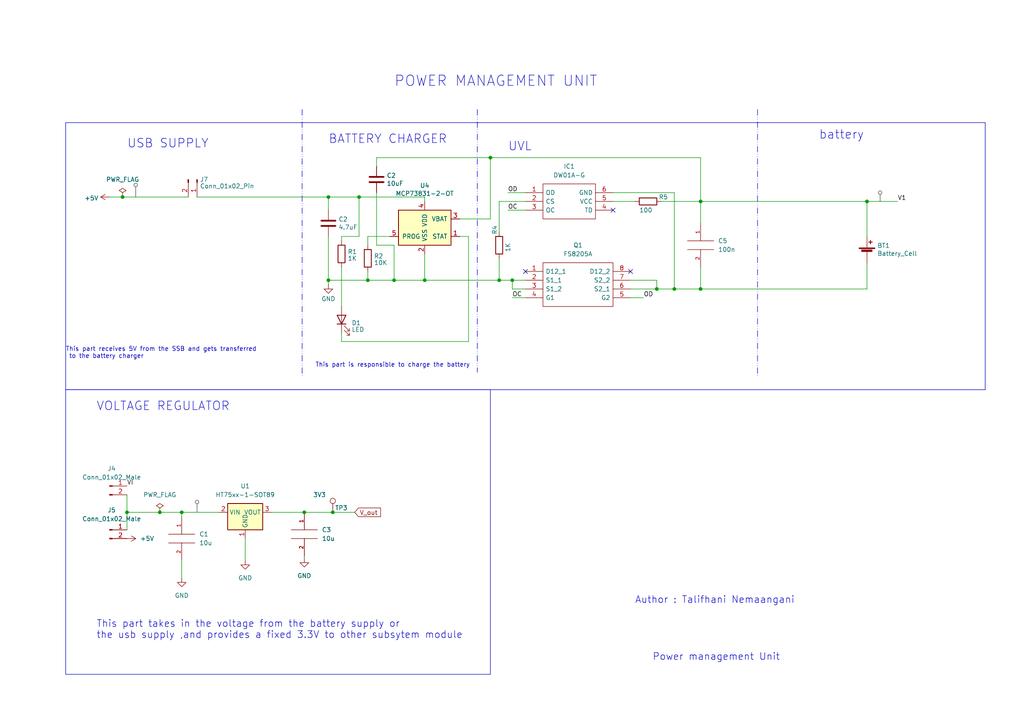
<source format=kicad_sch>
(kicad_sch (version 20230121) (generator eeschema)
  (paper "A4")
  (lib_symbols
    (symbol "Connector:Conn_01x02_Male" (pin_names (offset 1.016) hide)
      (property "Reference" "J" (at 0 2.54 0))
      (property "Value" "Conn_01x02_Male" (at 0 -5.08 0))
      (symbol "Conn_01x02_Male_1_1"
        (polyline (pts (xy 1.27 -2.54) (xy 0.8636 -2.54)) (stroke (width 0.1524)))
        (polyline (pts (xy 1.27 0) (xy 0.8636 0)) (stroke (width 0.1524)))
        (rectangle (start 0.8636 -2.413) (end 0 -2.667) (stroke (width 0.1524)) (fill (type outline)))
        (rectangle (start 0.8636 0.127) (end 0 -0.127) (stroke (width 0.1524)) (fill (type outline)))
        (pin passive line (at 5.08 0 180) (length 3.81) (name "Pin_1") (number "1"))
        (pin passive line (at 5.08 -2.54 180) (length 3.81) (name "Pin_2") (number "2"))
      )
    )
    (symbol "Connector:Conn_01x02_Pin" (pin_names (offset 1.016) hide)
      (property "Reference" "J" (at 0 2.54 0))
      (property "Value" "Conn_01x02_Pin" (at 0 -5.08 0))
      (symbol "Conn_01x02_Pin_1_1"
        (polyline (pts (xy 1.27 -2.54) (xy 0.8636 -2.54)) (stroke (width 0.1524)))
        (polyline (pts (xy 1.27 0) (xy 0.8636 0)) (stroke (width 0.1524)))
        (rectangle (start 0.8636 -2.413) (end 0 -2.667) (stroke (width 0.1524)) (fill (type outline)))
        (rectangle (start 0.8636 0.127) (end 0 -0.127) (stroke (width 0.1524)) (fill (type outline)))
        (pin passive line (at 5.08 0 180) (length 3.81) (name "Pin_1") (number "1"))
        (pin passive line (at 5.08 -2.54 180) (length 3.81) (name "Pin_2") (number "2"))
      )
    )
    (symbol "Connector:TestPoint" (pin_numbers hide) (pin_names (offset 0.762) hide)
      (property "Reference" "TP" (at 0 6.858 0))
      (property "Value" "TestPoint" (at 0 5.08 0))
      (symbol "TestPoint_0_1"
        (circle (center 0 3.302) (radius 0.762))
      )
      (symbol "TestPoint_1_1"
        (pin passive line (at 0 0 90) (length 2.54) (name "1") (number "1"))
      )
    )
    (symbol "DW01A-G:DW01A-G" (pin_names (offset 0.762))
      (property "Reference" "IC" (at 21.59 7.62 0))
      (property "Value" "DW01A-G" (at 21.59 5.08 0))
      (symbol "DW01A-G_0_0"
        (pin passive line (at 0 0 0) (length 5.08) (name "OD") (number "1"))
        (pin passive line (at 0 -2.54 0) (length 5.08) (name "CS") (number "2"))
        (pin passive line (at 0 -5.08 0) (length 5.08) (name "OC") (number "3"))
        (pin passive line (at 25.4 -5.08 180) (length 5.08) (name "TD") (number "4"))
        (pin passive line (at 25.4 -2.54 180) (length 5.08) (name "VCC") (number "5"))
        (pin passive line (at 25.4 0 180) (length 5.08) (name "GND") (number "6"))
      )
      (symbol "DW01A-G_0_1"
        (polyline (pts (xy 5.08 2.54) (xy 20.32 2.54) (xy 20.32 -7.62) (xy 5.08 -7.62) (xy 5.08 2.54)) (stroke (width 0.1524)))
      )
    )
    (symbol "Device:Battery_Cell" (pin_numbers hide) (pin_names (offset 0) hide)
      (property "Reference" "BT" (at 2.54 2.54 0))
      (property "Value" "Battery_Cell" (at 2.54 0 0))
      (symbol "Battery_Cell_0_1"
        (rectangle (start -2.286 1.778) (end 2.286 1.524) (fill (type outline)))
        (rectangle (start -1.5748 1.1938) (end 1.4732 0.6858) (fill (type outline)))
        (polyline (pts (xy 0 0.762) (xy 0 0)))
        (polyline (pts (xy 0 1.778) (xy 0 2.54)))
        (polyline (pts (xy 0.508 3.429) (xy 1.524 3.429)) (stroke (width 0.254)))
        (polyline (pts (xy 1.016 3.937) (xy 1.016 2.921)) (stroke (width 0.254)))
      )
      (symbol "Battery_Cell_1_1"
        (pin passive line (at 0 5.08 270) (length 2.54) (name "+") (number "1"))
        (pin passive line (at 0 -2.54 90) (length 2.54) (name "-") (number "2"))
      )
    )
    (symbol "Device:C" (pin_numbers hide) (pin_names (offset 0.254))
      (property "Reference" "C" (at 0.635 2.54 0))
      (property "Value" "C" (at 0.635 -2.54 0))
      (symbol "C_0_1"
        (polyline (pts (xy -2.032 -0.762) (xy 2.032 -0.762)) (stroke (width 0.508)))
        (polyline (pts (xy -2.032 0.762) (xy 2.032 0.762)) (stroke (width 0.508)))
      )
      (symbol "C_1_1"
        (pin passive line (at 0 3.81 270) (length 2.794) (name "~") (number "1"))
        (pin passive line (at 0 -3.81 90) (length 2.794) (name "~") (number "2"))
      )
    )
    (symbol "Device:LED" (pin_numbers hide) (pin_names (offset 1.016) hide)
      (property "Reference" "D" (at 0 2.54 0))
      (property "Value" "LED" (at 0 -2.54 0))
      (symbol "LED_0_1"
        (polyline (pts (xy -1.27 -1.27) (xy -1.27 1.27)) (stroke (width 0.254)))
        (polyline (pts (xy -1.27 0) (xy 1.27 0)))
        (polyline (pts (xy 1.27 -1.27) (xy 1.27 1.27) (xy -1.27 0) (xy 1.27 -1.27)) (stroke (width 0.254)))
        (polyline (pts (xy -3.048 -0.762) (xy -4.572 -2.286) (xy -3.81 -2.286) (xy -4.572 -2.286) (xy -4.572 -1.524)))
        (polyline (pts (xy -1.778 -0.762) (xy -3.302 -2.286) (xy -2.54 -2.286) (xy -3.302 -2.286) (xy -3.302 -1.524)))
      )
      (symbol "LED_1_1"
        (pin passive line (at -3.81 0 0) (length 2.54) (name "K") (number "1"))
        (pin passive line (at 3.81 0 180) (length 2.54) (name "A") (number "2"))
      )
    )
    (symbol "Device:R" (pin_numbers hide) (pin_names (offset 0))
      (property "Reference" "R" (at 2.032 0 90))
      (property "Value" "R" (at 0 0 90))
      (symbol "R_0_1"
        (rectangle (start -1.016 -2.54) (end 1.016 2.54) (stroke (width 0.254)))
      )
      (symbol "R_1_1"
        (pin passive line (at 0 3.81 270) (length 1.27) (name "~") (number "1"))
        (pin passive line (at 0 -3.81 90) (length 1.27) (name "~") (number "2"))
      )
    )
    (symbol "FS8205A:FS8205A" (pin_names (offset 0.762))
      (property "Reference" "Q" (at 26.67 7.62 0))
      (property "Value" "FS8205A" (at 26.67 5.08 0))
      (symbol "FS8205A_0_0"
        (pin passive line (at 0 0 0) (length 5.08) (name "D12_1") (number "1"))
        (pin passive line (at 0 -2.54 0) (length 5.08) (name "S1_1") (number "2"))
        (pin passive line (at 0 -5.08 0) (length 5.08) (name "S1_2") (number "3"))
        (pin passive line (at 0 -7.62 0) (length 5.08) (name "G1") (number "4"))
        (pin passive line (at 30.48 -7.62 180) (length 5.08) (name "G2") (number "5"))
        (pin passive line (at 30.48 -5.08 180) (length 5.08) (name "S2_1") (number "6"))
        (pin passive line (at 30.48 -2.54 180) (length 5.08) (name "S2_2") (number "7"))
        (pin passive line (at 30.48 0 180) (length 5.08) (name "D12_2") (number "8"))
      )
      (symbol "FS8205A_0_1"
        (polyline (pts (xy 5.08 2.54) (xy 25.4 2.54) (xy 25.4 -10.16) (xy 5.08 -10.16) (xy 5.08 2.54)) (stroke (width 0.1524)))
      )
    )
    (symbol "Regulator_Linear:HT75xx-1-SOT89"
      (property "Reference" "U" (at -5.08 -3.81 0))
      (property "Value" "HT75xx-1-SOT89" (at 0 6.35 0))
      (symbol "HT75xx-1-SOT89_0_1"
        (rectangle (start -5.08 5.08) (end 5.08 -2.54) (stroke (width 0.254)) (fill (type background)))
      )
      (symbol "HT75xx-1-SOT89_1_1"
        (pin power_in line (at 0 -5.08 90) (length 2.54) (name "GND") (number "1"))
        (pin power_in line (at -7.62 2.54 0) (length 2.54) (name "VIN") (number "2"))
        (pin power_out line (at 7.62 2.54 180) (length 2.54) (name "VOUT") (number "3"))
      )
    )
    (symbol "power supplly-rescue:MCP73831-2-OT-Battery_Management" (pin_names (offset 1.016))
      (property "Reference" "U" (at -7.62 6.35 0))
      (property "Value" "Battery_Management_MCP73831-2-OT" (at 1.27 6.35 0))
      (symbol "MCP73831-2-OT-Battery_Management_0_1"
        (rectangle (start -7.62 5.08) (end 7.62 -5.08) (stroke (width 0.254)) (fill (type background)))
      )
      (symbol "MCP73831-2-OT-Battery_Management_1_1"
        (pin output line (at 10.16 -2.54 180) (length 2.54) (name "STAT") (number "1"))
        (pin power_in line (at 0 -7.62 90) (length 2.54) (name "VSS") (number "2"))
        (pin power_out line (at 10.16 2.54 180) (length 2.54) (name "VBAT") (number "3"))
        (pin power_in line (at 0 7.62 270) (length 2.54) (name "VDD") (number "4"))
        (pin input line (at -10.16 -2.54 0) (length 2.54) (name "PROG") (number "5"))
      )
    )
    (symbol "power:+5V" (power) (pin_names (offset 0))
      (property "Value" "+5V" (at 0 3.556 0))
      (symbol "+5V_0_1"
        (polyline (pts (xy -0.762 1.27) (xy 0 2.54)))
        (polyline (pts (xy 0 0) (xy 0 2.54)))
        (polyline (pts (xy 0 2.54) (xy 0.762 1.27)))
      )
      (symbol "+5V_1_1"
        (pin power_in line (at 0 0 90) (length 0) hide (name "+5V") (number "1"))
      )
    )
    (symbol "power:GND" (power) (pin_names (offset 0))
      (property "Value" "GND" (at 0 -3.81 0))
      (symbol "GND_0_1"
        (polyline (pts (xy 0 0) (xy 0 -1.27) (xy 1.27 -1.27) (xy 0 -2.54) (xy -1.27 -1.27) (xy 0 -1.27)))
      )
      (symbol "GND_1_1"
        (pin power_in line (at 0 0 270) (length 0) hide (name "GND") (number "1"))
      )
    )
    (symbol "power:PWR_FLAG" (power) (pin_numbers hide) (pin_names (offset 0) hide)
      (property "Value" "PWR_FLAG" (at 0 3.81 0))
      (symbol "PWR_FLAG_0_0"
        (pin power_out line (at 0 0 90) (length 0) (name "pwr") (number "1"))
      )
      (symbol "PWR_FLAG_0_1"
        (polyline (pts (xy 0 0) (xy 0 1.27) (xy -1.016 1.905) (xy 0 2.54) (xy 1.016 1.905) (xy 0 1.27)))
      )
    )
    (symbol "pspice:CAP" (pin_names (offset 0.254))
      (property "Reference" "C" (at 2.54 3.81 90))
      (property "Value" "CAP" (at 2.54 -3.81 90))
      (symbol "CAP_0_1"
        (polyline (pts (xy -3.81 -1.27) (xy 3.81 -1.27)))
        (polyline (pts (xy -3.81 1.27) (xy 3.81 1.27)))
      )
      (symbol "CAP_1_1"
        (pin passive line (at 0 6.35 270) (length 5.08) (name "~") (number "1"))
        (pin passive line (at 0 -6.35 90) (length 5.08) (name "~") (number "2"))
      )
    )
  )
  (junction (at 123.19 81.28))
  (junction (at 203.2 83.82))
  (junction (at 190.5 83.82))
  (junction (at 144.78 81.28))
  (junction (at 96.52 148.59))
  (junction (at 95.25 81.28))
  (junction (at 36.83 148.59))
  (junction (at 46.355 148.59))
  (junction (at 52.705 148.59))
  (junction (at 88.265 148.59))
  (junction (at 95.25 57.15))
  (junction (at 251.46 58.42))
  (junction (at 114.3 81.28))
  (junction (at 195.58 83.82))
  (junction (at 104.14 57.15))
  (junction (at 203.2 58.42))
  (junction (at 148.59 81.28))
  (junction (at 106.68 81.28))
  (junction (at 35.56 57.15))
  (junction (at 142.24 45.72))
  (no_connect (at 152.4 78.74))
  (no_connect (at 182.88 78.74))
  (no_connect (at 177.8 60.96))
  (wire (pts (xy 88.265 161.29) (xy 88.265 161.925)))
  (wire (pts (xy 95.25 68.58) (xy 95.25 81.28)))
  (wire (pts (xy 36.83 148.59) (xy 36.83 153.67)))
  (wire (pts (xy 182.88 83.82) (xy 190.5 83.82)))
  (wire (pts (xy 57.15 57.15) (xy 95.25 57.15)))
  (wire (pts (xy 106.68 81.28) (xy 95.25 81.28)))
  (wire (pts (xy 190.5 81.28) (xy 190.5 83.82)))
  (wire (pts (xy 113.03 68.58) (xy 106.68 68.58)))
  (wire (pts (xy 191.77 58.42) (xy 203.2 58.42)))
  (wire (pts (xy 177.8 55.88) (xy 195.58 55.88)))
  (wire (pts (xy 142.24 45.72) (xy 109.22 45.72)))
  (wire (pts (xy 104.14 68.58) (xy 99.06 68.58)))
  (wire (pts (xy 95.25 60.96) (xy 95.25 57.15)))
  (wire (pts (xy 203.2 83.82) (xy 251.46 83.82)))
  (wire (pts (xy 104.14 57.15) (xy 104.14 68.58)))
  (wire (pts (xy 96.52 148.59) (xy 102.87 148.59)))
  (wire (pts (xy 135.89 68.58) (xy 135.89 99.06)))
  (wire (pts (xy 36.83 143.51) (xy 36.83 148.59)))
  (wire (pts (xy 35.56 57.15) (xy 54.61 57.15)))
  (wire (pts (xy 186.69 86.36) (xy 182.88 86.36)))
  (wire (pts (xy 88.265 148.59) (xy 96.52 148.59)))
  (wire (pts (xy 135.89 99.06) (xy 99.06 99.06)))
  (wire (pts (xy 123.19 58.42) (xy 123.19 57.15)))
  (wire (pts (xy 144.78 81.28) (xy 148.59 81.28)))
  (wire (pts (xy 123.19 73.66) (xy 123.19 81.28)))
  (wire (pts (xy 203.2 64.77) (xy 203.2 58.42)))
  (wire (pts (xy 148.59 81.28) (xy 152.4 81.28)))
  (wire (pts (xy 104.14 57.15) (xy 123.19 57.15)))
  (wire (pts (xy 251.46 58.42) (xy 203.2 58.42)))
  (wire (pts (xy 144.78 67.31) (xy 144.78 58.42)))
  (wire (pts (xy 71.12 156.21) (xy 71.12 162.56)))
  (wire (pts (xy 99.06 68.58) (xy 99.06 69.85)))
  (wire (pts (xy 133.35 68.58) (xy 135.89 68.58)))
  (wire (pts (xy 99.06 99.06) (xy 99.06 96.52)))
  (wire (pts (xy 109.22 55.88) (xy 109.22 71.12)))
  (wire (pts (xy 203.2 45.72) (xy 203.2 58.42)))
  (wire (pts (xy 190.5 83.82) (xy 195.58 83.82)))
  (wire (pts (xy 142.24 63.5) (xy 142.24 45.72)))
  (wire (pts (xy 147.32 55.88) (xy 152.4 55.88)))
  (wire (pts (xy 251.46 58.42) (xy 260.35 58.42)))
  (wire (pts (xy 144.78 74.93) (xy 144.78 81.28)))
  (wire (pts (xy 109.22 45.72) (xy 109.22 48.26)))
  (wire (pts (xy 106.68 78.74) (xy 106.68 81.28)))
  (wire (pts (xy 114.3 71.12) (xy 114.3 81.28)))
  (wire (pts (xy 52.705 148.59) (xy 63.5 148.59)))
  (wire (pts (xy 52.705 162.56) (xy 52.705 167.64)))
  (wire (pts (xy 152.4 83.82) (xy 148.59 83.82)))
  (wire (pts (xy 144.78 58.42) (xy 152.4 58.42)))
  (wire (pts (xy 133.35 63.5) (xy 142.24 63.5)))
  (wire (pts (xy 177.8 58.42) (xy 184.15 58.42)))
  (wire (pts (xy 251.46 68.58) (xy 251.46 58.42)))
  (wire (pts (xy 106.68 81.28) (xy 114.3 81.28)))
  (wire (pts (xy 52.705 148.59) (xy 52.705 149.86)))
  (wire (pts (xy 109.22 71.12) (xy 114.3 71.12)))
  (wire (pts (xy 142.24 45.72) (xy 203.2 45.72)))
  (wire (pts (xy 95.25 81.28) (xy 95.25 82.55)))
  (wire (pts (xy 203.2 77.47) (xy 203.2 83.82)))
  (wire (pts (xy 147.32 60.96) (xy 152.4 60.96)))
  (wire (pts (xy 31.75 57.15) (xy 35.56 57.15)))
  (wire (pts (xy 36.83 148.59) (xy 46.355 148.59)))
  (wire (pts (xy 95.25 57.15) (xy 104.14 57.15)))
  (wire (pts (xy 106.68 68.58) (xy 106.68 71.12)))
  (wire (pts (xy 148.59 86.36) (xy 152.4 86.36)))
  (wire (pts (xy 195.58 55.88) (xy 195.58 83.82)))
  (wire (pts (xy 148.59 83.82) (xy 148.59 81.28)))
  (wire (pts (xy 99.06 77.47) (xy 99.06 88.9)))
  (wire (pts (xy 182.88 81.28) (xy 190.5 81.28)))
  (wire (pts (xy 114.3 81.28) (xy 123.19 81.28)))
  (wire (pts (xy 123.19 81.28) (xy 144.78 81.28)))
  (wire (pts (xy 195.58 83.82) (xy 203.2 83.82)))
  (wire (pts (xy 78.74 148.59) (xy 88.265 148.59)))
  (wire (pts (xy 251.46 76.2) (xy 251.46 83.82)))
  (wire (pts (xy 46.355 148.59) (xy 52.705 148.59)))
  (text_box "" (at 219.71 31.75 0) (size 0 77.47) (stroke (width 0) (type dash_dot_dot)) (effects (font (size 1.27 1.27)) (justify left top)))
  (text_box "" (at 19.05 35.56 0) (size 266.7 77.47) (effects (font (size 1.27 1.27)) (justify left top)))
  (text_box "" (at 19.05 113.03 0) (size 123.19 82.55) (effects (font (size 1.27 1.27)) (justify left top)))
  (text_box "" (at 138.43 31.75 0) (size 0 76.2) (stroke (width 0) (type dash_dot_dot)) (effects (font (size 1.27 1.27)) (justify left top)))
  (text_box "" (at 87.63 31.75 0) (size 0 77.47) (stroke (width 0) (type dash_dot_dot)) (effects (font (size 1.27 1.27)) (justify left top)))
  (text "This part takes in the voltage from the battery supply or\nthe usb supply ,and provides a fixed 3.3V to other subsytem module" (at 27.94 185.42 0) (effects (font (size 2 2)) (justify left bottom)))
  (text "Power management Unit\n" (at 189.23 191.77 0) (effects (font (size 2 2)) (justify left bottom)))
  (text "This part receives 5V from the SSB and gets transferred\n to the battery charger" (at 19.05 104.14 0) (effects (font (size 1.27 1.27)) (justify left bottom)))
  (text "Author : Talifhani Nemaangani\n" (at 184.15 175.26 0) (effects (font (size 2 2)) (justify left bottom)))
  (text "UVL\n\n\n" (at 147.32 52.07 0) (effects (font (size 2.5 2.5)) (justify left bottom)))
  (text "BATTERY CHARGER" (at 95.25 41.91 0) (effects (font (size 2.5 2.5)) (justify left bottom)))
  (text "battery" (at 237.49 40.64 0) (effects (font (size 2.5 2.5)) (justify left bottom)))
  (text "VOLTAGE REGULATOR" (at 27.94 119.38 0) (effects (font (size 2.5 2.5)) (justify left bottom)))
  (text "This part is responsible to charge the battery " (at 91.44 106.68 0) (effects (font (size 1.27 1.27)) (justify left bottom)))
  (text "POWER MANAGEMENT UNIT" (at 114.3 25.4 0) (effects (font (size 3 3)) (justify left bottom)))
  (text "USB SUPPLY" (at 36.83 43.18 0) (effects (font (size 2.5 2.5)) (justify left bottom)))
  (label "OD" (at 186.69 86.36 0))
  (label "VI" (at 36.83 140.97 0))
  (label "OC" (at 148.59 86.36 0))
  (label "OC" (at 147.32 60.96 0))
  (label "OD" (at 147.32 55.88 0))
  (label "V1" (at 260.35 58.42 0))
  (global_label "V_out" (shape input) (at 102.87 148.59 0) (property "Intersheetrefs" "${INTERSHEET_REFS}" (effects hide)))
  (netclass_flag "" (length 3.5) (shape round) (at 39.37 57.15 0))
  (netclass_flag "" (length 3) (shape round) (at 57.15 148.59 0))
  (netclass_flag "" (length 2.54) (shape round) (at 255.27 58.42 0))
  (symbol (lib_id "power:+5V") (at 31.75 57.15 90) (unit 1)
    (property "Reference" "#PWR02" (effects hide))
    (property "Value" "+5V" (at 28.5751 57.4668 90) (effects (justify left)))
  )
  (symbol (lib_id "power:GND") (at 52.705 167.64 0) (unit 1)
    (property "Reference" "#PWR02" (effects hide))
    (property "Value" "GND" (at 52.705 172.72 0))
    (instances (project "power" (path "" (reference "#PWR02") (unit 1))) (project "Main Schematic" (path "" (reference "#PWR04") (unit 1))))
  )
  (symbol (lib_id "power:+5V") (at 36.83 156.21 270) (unit 1)
    (property "Reference" "#PWR019" (effects hide))
    (property "Value" "+5V" (at 40.64 156.2099 90) (effects (justify left)))
    (instances (project "power" (path "" (reference "#PWR019") (unit 1))) (project "Main Schematic" (path "" (reference "#PWR03") (unit 1))))
  )
  (symbol (lib_id "Connector:Conn_01x02_Male") (at 31.75 140.97 0) (unit 1)
    (property "Reference" "J4" (at 32.385 135.89 0))
    (property "Value" "Conn_01x02_Male" (at 32.385 138.43 0))
    (property "Footprint" "Connector_PinHeader_2.54mm:PinHeader_1x02_P2.54mm_Vertical" (effects hide))
  )
  (symbol (lib_id "power:GND") (at 71.12 162.56 0) (unit 1)
    (property "Reference" "#PWR03" (effects hide))
    (property "Value" "GND" (at 71.12 167.64 0))
    (instances (project "power" (path "" (reference "#PWR03") (unit 1))) (project "Main Schematic" (path "" (reference "#PWR05") (unit 1))))
  )
  (symbol (lib_id "FS8205A:FS8205A") (at 152.4 78.74 0) (unit 1)
    (property "Reference" "Q1" (at 167.64 71.12 0))
    (property "Value" "FS8205A" (at 167.64 73.66 0))
    (property "Footprint" "FS82:SOP65P640X120-8N" (effects hide))
    (property "Datasheet" "http://www.ic-fortune.com/upload/Download/FS8205A-DS-12_EN.pdf" (effects hide))
    (property "Description" "Dual N-Channel Enahncement Mode Power MOSFET" (effects hide))
    (property "Height" "1.2" (effects hide))
    (property "Manufacturer_Name" "fortune" (effects hide))
    (property "Manufacturer_Part_Number" "FS8205A" (effects hide))
  )
  (symbol (lib_id "Device:LED") (at 99.06 92.71 90) (unit 1)
    (property "Reference" "D1" (at 101.981 93.6538 90) (effects (justify right)))
    (property "Value" "LED" (at 101.981 95.5748 90) (effects (justify right)))
  )
  (symbol (lib_id "Device:R") (at 187.96 58.42 90) (unit 1)
    (property "Reference" "R5" (at 192.405 57.15 90))
    (property "Value" "100" (at 187.325 60.96 90))
    (property "Footprint" "100_R:RESC1608X55N" (effects hide))
    (instances (project "power" (path "" (reference "R5") (unit 1))) (project "Main Schematic" (path "" (reference "R4") (unit 1))))
  )
  (symbol (lib_id "Device:R") (at 144.78 71.12 180) (unit 1)
    (property "Reference" "R4" (at 143.51 66.675 90))
    (property "Value" "1K" (at 147.32 71.755 90))
    (property "Footprint" "1K_R:RESC1005X40N" (effects hide))
    (instances (project "power" (path "" (reference "R4") (unit 1))) (project "Main Schematic" (path "" (reference "R3") (unit 1))))
  )
  (symbol (lib_id "Device:C") (at 109.22 52.07 0) (unit 1)
    (property "Reference" "C2" (at 112.141 50.9016 0) (effects (justify left)))
    (property "Value" "10uF" (at 112.141 53.213 0) (effects (justify left)))
    (instances (project "Main Schematic" (path "" (reference "C2") (unit 1))) (project "Main Schematic" (path "" (reference "C4") (unit 1))) (project "PowerUnit_sch" (path "" (reference "C2") (unit 1))) (project "power supplly[2803]" (path "" (reference "C3") (unit 1))))
  )
  (symbol (lib_id "Device:C") (at 95.25 64.77 0) (unit 1)
    (property "Reference" "C2" (at 98.171 63.6016 0) (effects (justify left)))
    (property "Value" "4.7uF" (at 98.171 65.913 0) (effects (justify left)))
    (instances (project "Main Schematic" (path "" (reference "C2") (unit 1))) (project "Main Schematic" (path "" (reference "C3") (unit 1))) (project "PowerUnit_sch" (path "" (reference "C2") (unit 1))) (project "power supplly[2803]" (path "" (reference "C3") (unit 1))))
  )
  (symbol (lib_id "Device:R") (at 99.06 73.66 0) (unit 1)
    (property "Reference" "R1" (at 100.838 73.0163 0) (effects (justify left)))
    (property "Value" "1K" (at 100.838 74.9373 0) (effects (justify left)))
  )
  (symbol (lib_id "DW01A-G:DW01A-G") (at 152.4 55.88 0) (unit 1)
    (property "Reference" "IC1" (at 165.1 48.26 0))
    (property "Value" "DW01A-G" (at 165.1 50.8 0))
    (property "Footprint" "DW:SOT95P280X135-6N" (effects hide))
    (property "Datasheet" "http://acoptex.com/uploads/DW01A.pdf" (effects hide))
    (property "Description" "One Cell Lithium-ion/Polymer Battery Protection IC" (effects hide))
    (property "Height" "1.35" (effects hide))
    (property "Manufacturer_Name" "Fortune Semiconductor Corporation" (effects hide))
    (property "Manufacturer_Part_Number" "DW01A-G" (effects hide))
    (instances (project "power" (path "" (reference "IC1") (unit 1))) (project "Main Schematic" (path "" (reference "IC2") (unit 1))))
  )
  (symbol (lib_id "power supplly-rescue:MCP73831-2-OT-Battery_Management") (at 123.19 66.04 0) (unit 1)
    (property "Reference" "U4" (at 123.19 53.8226 0))
    (property "Value" "MCP73831-2-OT" (at 123.19 56.134 0))
    (property "Footprint" "Package_TO_SOT_SMD:SOT-23-5" (effects hide))
    (property "Datasheet" "http://ww1.microchip.com/downloads/en/DeviceDoc/20001984g.pdf" (effects hide))
    (instances (project "Main Schematic" (path "" (reference "U4") (unit 1))) (project "Main Schematic" (path "" (reference "U2") (unit 1))) (project "PowerUnit_sch" (path "" (reference "U4") (unit 1))) (project "power supplly[2803]" (path "" (reference "U2") (unit 1))))
  )
  (symbol (lib_id "power:PWR_FLAG") (at 46.355 148.59 0) (unit 1)
    (property "Reference" "#FLG01" (effects hide))
    (property "Value" "PWR_FLAG" (at 46.355 143.51 0))
    (instances (project "power" (path "" (reference "#FLG01") (unit 1))) (project "Main Schematic" (path "" (reference "#FLG03") (unit 1))))
  )
  (symbol (lib_id "pspice:CAP") (at 203.2 71.12 0) (unit 1)
    (property "Reference" "C5" (at 208.28 69.8499 0) (effects (justify left)))
    (property "Value" "100n" (at 208.28 72.3899 0) (effects (justify left)))
    (property "Footprint" "10uFcapa:CAPC1608X100N" (effects hide))
  )
  (symbol (lib_id "power:GND") (at 95.25 82.55 0) (unit 1)
    (property "Reference" "#PWR07" (effects hide))
    (property "Value" "GND" (at 95.25 86.6855 0))
  )
  (symbol (lib_id "Device:Battery_Cell") (at 251.46 73.66 0) (unit 1)
    (property "Reference" "BT1" (at 254.4572 71.2216 0) (effects (justify left)))
    (property "Value" "Battery_Cell" (at 254.4572 73.533 0) (effects (justify left)))
    (instances (project "Main Schematic" (path "" (reference "BT1") (unit 1))) (project "Main Schematic" (path "" (reference "BT1") (unit 1))) (project "PowerUnit_sch" (path "" (reference "BT1") (unit 1))) (project "power supplly[2803]" (path "" (reference "BT2") (unit 1))))
  )
  (symbol (lib_id "Connector:Conn_01x02_Pin") (at 57.15 52.07 270) (unit 1)
    (property "Reference" "J7" (at 57.9882 52.0613 90) (effects (justify left)))
    (property "Value" "Conn_01x02_Pin" (at 57.9882 53.9823 90) (effects (justify left)))
  )
  (symbol (lib_id "Connector:TestPoint") (at 96.52 148.59 0) (unit 1)
    (property "Reference" "TP3" (at 97.155 147.32 0) (effects (justify left)))
    (property "Value" "3V3" (at 90.805 143.51 0) (effects (justify left)))
    (property "Footprint" "TestPoint:TestPoint_Pad_1.0x1.0mm" (effects hide))
    (instances (project "power" (path "" (reference "TP3") (unit 1))) (project "Main Schematic" (path "" (reference "TP8") (unit 1))))
  )
  (symbol (lib_id "Regulator_Linear:HT75xx-1-SOT89") (at 71.12 151.13 0) (unit 1)
    (property "Reference" "U1" (at 71.12 140.97 0))
    (property "Value" "HT75xx-1-SOT89" (at 71.12 143.51 0))
    (property "Footprint" "Package_TO_SOT_SMD:SOT-89-3" (effects hide))
    (property "Datasheet" "https://www.holtek.com/documents/10179/116711/HT75xx-1v250.pdf" (effects hide))
  )
  (symbol (lib_id "Connector:Conn_01x02_Male") (at 31.75 153.67 0) (unit 1)
    (property "Reference" "J5" (at 32.385 147.955 0))
    (property "Value" "Conn_01x02_Male" (at 32.385 150.495 0))
    (property "Footprint" "Connector_PinHeader_2.54mm:PinHeader_1x02_P2.54mm_Vertical" (effects hide))
    (instances (project "power" (path "" (reference "J5") (unit 1))) (project "Main Schematic" (path "" (reference "J6") (unit 1))))
  )
  (symbol (lib_id "pspice:CAP") (at 52.705 156.21 0) (unit 1)
    (property "Reference" "C1" (at 57.785 154.9399 0) (effects (justify left)))
    (property "Value" "10u" (at 57.785 157.4799 0) (effects (justify left)))
    (property "Footprint" "10uFcapa:CAPC1608X100N" (effects hide))
  )
  (symbol (lib_id "Device:R") (at 106.68 74.93 0) (unit 1)
    (property "Reference" "R2" (at 108.458 74.2863 0) (effects (justify left)))
    (property "Value" "10K" (at 108.458 76.2073 0) (effects (justify left)))
  )
  (symbol (lib_id "pspice:CAP") (at 88.265 154.94 0) (unit 1)
    (property "Reference" "C3" (at 93.345 153.6699 0) (effects (justify left)))
    (property "Value" "10u" (at 93.345 156.2099 0) (effects (justify left)))
    (property "Footprint" "10uFcapa:CAPC1608X100N" (effects hide))
    (instances (project "power" (path "" (reference "C3") (unit 1))) (project "Main Schematic" (path "" (reference "C2") (unit 1))))
  )
  (symbol (lib_id "power:GND") (at 88.265 161.925 0) (unit 1)
    (property "Reference" "#PWR04" (effects hide))
    (property "Value" "GND" (at 88.265 167.005 0))
    (instances (project "power" (path "" (reference "#PWR04") (unit 1))) (project "Main Schematic" (path "" (reference "#PWR06") (unit 1))))
  )
  (symbol (lib_id "power:PWR_FLAG") (at 35.56 57.15 0) (unit 1)
    (property "Reference" "#FLG01" (effects hide))
    (property "Value" "PWR_FLAG" (at 35.56 52.07 0))
    (instances (project "power" (path "" (reference "#FLG01") (unit 1))) (project "Main Schematic" (path "" (reference "#FLG02") (unit 1))))
  )
)
</source>
